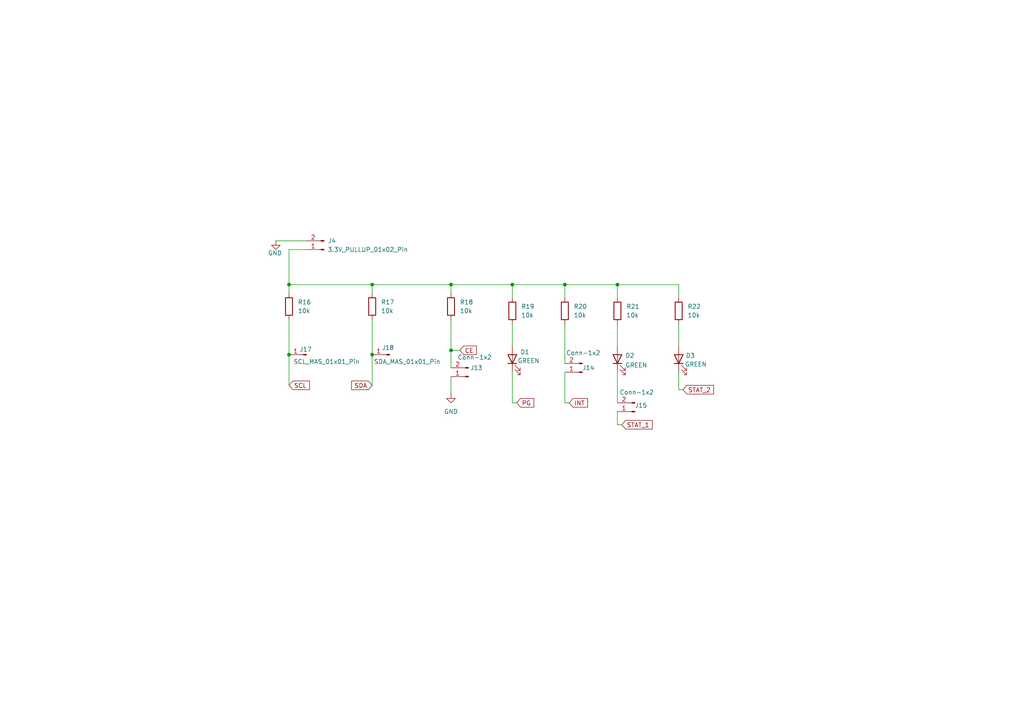
<source format=kicad_sch>
(kicad_sch (version 20250114) (generator "eeschema") (generator_version "9.0")
  (paper "A4")
  (lib_symbols
    (symbol "Connector:Conn_01x01_Pin" (pin_names (offset 1.016) (hide yes))
      (property "Reference" "J" (at 0 2.54 0))
      (property "Value" "Conn_01x01_Pin" (at 0 -2.54 0))
      (symbol "Conn_01x01_Pin_1_1"
        (rectangle (start 0.8636 0.127) (end 0 -0.127) (stroke (width 0.1524)) (fill (type outline)))
        (polyline (pts (xy 1.27 0) (xy 0.8636 0)) (stroke (width 0.1524)))
        (pin passive line (at 5.08 0 180) (length 3.81) (name "Pin_1") (number "1"))
      )
    )
    (symbol "Connector:Conn_01x02_Pin" (pin_names (offset 1.016) (hide yes))
      (property "Reference" "J" (at 0 2.54 0))
      (property "Value" "Conn_01x02_Pin" (at 0 -5.08 0))
      (symbol "Conn_01x02_Pin_1_1"
        (rectangle (start 0.8636 0.127) (end 0 -0.127) (stroke (width 0.1524)) (fill (type outline)))
        (rectangle (start 0.8636 -2.413) (end 0 -2.667) (stroke (width 0.1524)) (fill (type outline)))
        (polyline (pts (xy 1.27 0) (xy 0.8636 0)) (stroke (width 0.1524)))
        (polyline (pts (xy 1.27 -2.54) (xy 0.8636 -2.54)) (stroke (width 0.1524)))
        (pin passive line (at 5.08 0 180) (length 3.81) (name "Pin_1") (number "1"))
        (pin passive line (at 5.08 -2.54 180) (length 3.81) (name "Pin_2") (number "2"))
      )
    )
    (symbol "Device:LED" (pin_numbers (hide yes)) (pin_names (offset 1.016) (hide yes))
      (property "Reference" "D" (at 0 2.54 0))
      (property "Value" "LED" (at 0 -2.54 0))
      (symbol "LED_0_1"
        (polyline (pts (xy -3.048 -0.762) (xy -4.572 -2.286) (xy -3.81 -2.286) (xy -4.572 -2.286) (xy -4.572 -1.524)))
        (polyline (pts (xy -1.778 -0.762) (xy -3.302 -2.286) (xy -2.54 -2.286) (xy -3.302 -2.286) (xy -3.302 -1.524)))
        (polyline (pts (xy -1.27 0) (xy 1.27 0)))
        (polyline (pts (xy -1.27 -1.27) (xy -1.27 1.27)) (stroke (width 0.254)))
        (polyline (pts (xy 1.27 -1.27) (xy 1.27 1.27) (xy -1.27 0) (xy 1.27 -1.27)) (stroke (width 0.254)))
      )
      (symbol "LED_1_1"
        (pin passive line (at -3.81 0 0) (length 2.54) (name "K") (number "1"))
        (pin passive line (at 3.81 0 180) (length 2.54) (name "A") (number "2"))
      )
    )
    (symbol "Device:R" (pin_numbers (hide yes)) (pin_names (offset 0))
      (property "Reference" "R" (at 2.032 0 90))
      (property "Value" "R" (at 0 0 90))
      (symbol "R_0_1"
        (rectangle (start -1.016 -2.54) (end 1.016 2.54) (stroke (width 0.254)))
      )
      (symbol "R_1_1"
        (pin passive line (at 0 3.81 270) (length 1.27) (name "~") (number "1"))
        (pin passive line (at 0 -3.81 90) (length 1.27) (name "~") (number "2"))
      )
    )
    (symbol "power:GND" (power) (pin_numbers (hide yes)) (pin_names (offset 0) (hide yes))
      (property "Value" "GND" (at 0 -3.81 0))
      (symbol "GND_0_1"
        (polyline (pts (xy 0 0) (xy 0 -1.27) (xy 1.27 -1.27) (xy 0 -2.54) (xy -1.27 -1.27) (xy 0 -1.27)))
      )
      (symbol "GND_1_1"
        (pin power_in line (at 0 0 270) (length 0) (name "~") (number "1"))
      )
    )
  )
  (junction (at 179.07 82.55))
  (junction (at 107.95 82.55))
  (junction (at 83.82 82.55))
  (junction (at 107.95 102.87))
  (junction (at 130.81 101.6))
  (junction (at 83.82 102.87))
  (junction (at 148.59 82.55))
  (junction (at 163.83 82.55))
  (junction (at 130.81 82.55))
  (wire (pts (xy 107.95 102.87) (xy 107.95 111.76)))
  (wire (pts (xy 163.83 86.36) (xy 163.83 82.55)))
  (wire (pts (xy 179.07 107.95) (xy 179.07 116.84)))
  (wire (pts (xy 149.86 116.84) (xy 148.59 116.84)))
  (wire (pts (xy 88.9 69.85) (xy 80.01 69.85)))
  (wire (pts (xy 107.95 85.09) (xy 107.95 82.55)))
  (wire (pts (xy 179.07 93.98) (xy 179.07 100.33)))
  (wire (pts (xy 148.59 82.55) (xy 163.83 82.55)))
  (wire (pts (xy 179.07 86.36) (xy 179.07 82.55)))
  (wire (pts (xy 130.81 109.22) (xy 130.81 114.3)))
  (wire (pts (xy 163.83 93.98) (xy 163.83 105.41)))
  (wire (pts (xy 130.81 92.71) (xy 130.81 101.6)))
  (wire (pts (xy 130.81 82.55) (xy 148.59 82.55)))
  (wire (pts (xy 148.59 107.95) (xy 148.59 116.84)))
  (wire (pts (xy 83.82 72.39) (xy 83.82 82.55)))
  (wire (pts (xy 179.07 119.38) (xy 179.07 123.19)))
  (wire (pts (xy 107.95 82.55) (xy 130.81 82.55)))
  (wire (pts (xy 179.07 123.19) (xy 180.34 123.19)))
  (wire (pts (xy 148.59 93.98) (xy 148.59 100.33)))
  (wire (pts (xy 133.35 101.6) (xy 130.81 101.6)))
  (wire (pts (xy 83.82 92.71) (xy 83.82 102.87)))
  (wire (pts (xy 196.85 93.98) (xy 196.85 100.33)))
  (wire (pts (xy 130.81 85.09) (xy 130.81 82.55)))
  (wire (pts (xy 148.59 86.36) (xy 148.59 82.55)))
  (wire (pts (xy 196.85 113.03) (xy 196.85 107.95)))
  (wire (pts (xy 179.07 82.55) (xy 196.85 82.55)))
  (wire (pts (xy 83.82 102.87) (xy 83.82 111.76)))
  (wire (pts (xy 163.83 107.95) (xy 163.83 116.84)))
  (wire (pts (xy 130.81 101.6) (xy 130.81 106.68)))
  (wire (pts (xy 163.83 116.84) (xy 165.1 116.84)))
  (wire (pts (xy 83.82 85.09) (xy 83.82 82.55)))
  (wire (pts (xy 198.12 113.03) (xy 196.85 113.03)))
  (wire (pts (xy 107.95 92.71) (xy 107.95 102.87)))
  (wire (pts (xy 83.82 82.55) (xy 107.95 82.55)))
  (wire (pts (xy 163.83 82.55) (xy 179.07 82.55)))
  (wire (pts (xy 83.82 72.39) (xy 88.9 72.39)))
  (wire (pts (xy 196.85 86.36) (xy 196.85 82.55)))
  (global_label "STAT_1" (shape input) (at 180.34 123.19 0) (property "Intersheetrefs" "${INTERSHEET_REFS}" (effects (hide yes))))
  (global_label "SCL" (shape input) (at 83.82 111.76 0) (property "Intersheetrefs" "${INTERSHEET_REFS}" (effects (hide yes))))
  (global_label "STAT_2" (shape input) (at 198.12 113.03 0) (property "Intersheetrefs" "${INTERSHEET_REFS}" (effects (hide yes))))
  (global_label "PG" (shape input) (at 149.86 116.84 0) (property "Intersheetrefs" "${INTERSHEET_REFS}" (effects (hide yes))))
  (global_label "SDA" (shape input) (at 107.95 111.76 180) (property "Intersheetrefs" "${INTERSHEET_REFS}" (effects (hide yes))))
  (global_label "INT" (shape input) (at 165.1 116.84 0) (property "Intersheetrefs" "${INTERSHEET_REFS}" (effects (hide yes))))
  (global_label "CE" (shape input) (at 133.35 101.6 0) (property "Intersheetrefs" "${INTERSHEET_REFS}" (effects (hide yes))))
  (symbol (lib_id "Device:LED") (at 196.85 104.14 90) (unit 1)
    (property "Reference" "D3" (at 198.882 103.124 90) (effects (justify right)))
    (property "Value" "GREEN" (at 198.628 105.664 90) (effects (justify right)))
    (property "Footprint" "LED_SMD:LED_0603_1608Metric" (effects (hide yes)))
    (property "Description" "Light emitting diode" (effects (hide yes)))
    (property "Sim.Pins" "1=K 2=A" (effects (hide yes)))
  )
  (symbol (lib_id "Device:R") (at 130.81 88.9 180) (unit 1)
    (property "Reference" "R18" (at 133.35 87.6299 0) (effects (justify right)))
    (property "Value" "10k" (at 133.35 90.1699 0) (effects (justify right)))
    (property "Footprint" "Resistor_SMD:R_0603_1608Metric" (effects (hide yes)))
    (property "Description" "Resistor" (effects (hide yes)))
  )
  (symbol (lib_id "Device:R") (at 179.07 90.17 180) (unit 1)
    (property "Reference" "R21" (at 181.61 88.8999 0) (effects (justify right)))
    (property "Value" "10k" (at 181.61 91.4399 0) (effects (justify right)))
    (property "Footprint" "Resistor_SMD:R_0603_1608Metric" (effects (hide yes)))
    (property "Description" "Resistor" (effects (hide yes)))
  )
  (symbol (lib_id "power:GND") (at 80.01 69.85 0) (unit 1)
    (property "Reference" "#PWR017" (effects (hide yes)))
    (property "Value" "GND" (at 79.756 73.406 0))
    (property "Description" "Power symbol creates a global label with name \"GND\" , ground" (effects (hide yes)))
  )
  (symbol (lib_id "Device:LED") (at 148.59 104.14 90) (unit 1)
    (property "Reference" "D1" (at 150.876 102.108 90) (effects (justify right)))
    (property "Value" "GREEN" (at 150.114 104.648 90) (effects (justify right)))
    (property "Footprint" "LED_SMD:LED_0603_1608Metric" (effects (hide yes)))
    (property "Description" "Light emitting diode" (effects (hide yes)))
    (property "Sim.Pins" "1=K 2=A" (effects (hide yes)))
  )
  (symbol (lib_id "Device:R") (at 148.59 90.17 180) (unit 1)
    (property "Reference" "R19" (at 151.13 88.8999 0) (effects (justify right)))
    (property "Value" "10k" (at 151.13 91.4399 0) (effects (justify right)))
    (property "Footprint" "Resistor_SMD:R_0603_1608Metric" (effects (hide yes)))
    (property "Description" "Resistor" (effects (hide yes)))
  )
  (symbol (lib_id "Connector:Conn_01x01_Pin") (at 113.03 102.87 180) (unit 1)
    (property "Reference" "J18" (at 112.522 100.838 0))
    (property "Value" "SDA_MAS_01x01_Pin" (at 118.11 104.902 0))
    (property "Footprint" "Connector_PinHeader_2.54mm:PinHeader_1x01_P2.54mm_Vertical" (effects (hide yes)))
    (property "Description" "Generic connector, single row, 01x01, script generated" (effects (hide yes)))
  )
  (symbol (lib_id "Connector:Conn_01x02_Pin") (at 93.98 72.39 180) (unit 1)
    (property "Reference" "J4" (at 96.266 69.85 0))
    (property "Value" "3.3V_PULLUP_01x02_Pin" (at 106.68 72.39 0))
    (property "Footprint" "Connector_PinHeader_2.54mm:PinHeader_1x02_P2.54mm_Vertical" (effects (hide yes)))
    (property "Description" "Generic connector, single row, 01x02, script generated" (effects (hide yes)))
  )
  (symbol (lib_id "Device:R") (at 196.85 90.17 180) (unit 1)
    (property "Reference" "R22" (at 199.39 88.8999 0) (effects (justify right)))
    (property "Value" "10k" (at 199.39 91.4399 0) (effects (justify right)))
    (property "Footprint" "Resistor_SMD:R_0603_1608Metric" (effects (hide yes)))
    (property "Description" "Resistor" (effects (hide yes)))
  )
  (symbol (lib_id "Connector:Conn_01x02_Pin") (at 168.91 107.95 180) (unit 1)
    (property "Reference" "J14" (at 170.688 106.68 0))
    (property "Value" "Conn-1x2" (at 169.164 102.362 0))
    (property "Footprint" "Connector_PinHeader_2.54mm:PinHeader_1x02_P2.54mm_Vertical" (effects (hide yes)))
    (property "Description" "Generic connector, single row, 01x02, script generated" (effects (hide yes)))
  )
  (symbol (lib_id "Connector:Conn_01x01_Pin") (at 88.9 102.87 180) (unit 1)
    (property "Reference" "J17" (at 88.646 101.346 0))
    (property "Value" "SCL_MAS_01x01_Pin" (at 94.742 104.902 0))
    (property "Footprint" "Connector_PinHeader_2.54mm:PinHeader_1x01_P2.54mm_Vertical" (effects (hide yes)))
    (property "Description" "Generic connector, single row, 01x01, script generated" (effects (hide yes)))
  )
  (symbol (lib_id "power:GND") (at 130.81 114.3 0) (unit 1)
    (property "Reference" "#PWR021" (effects (hide yes)))
    (property "Value" "GND" (at 130.81 119.38 0))
    (property "Description" "Power symbol creates a global label with name \"GND\" , ground" (effects (hide yes)))
  )
  (symbol (lib_id "Connector:Conn_01x02_Pin") (at 135.89 109.22 180) (unit 1)
    (property "Reference" "J13" (at 138.176 106.68 0))
    (property "Value" "Conn-1x2" (at 137.668 103.632 0))
    (property "Footprint" "Connector_PinHeader_2.54mm:PinHeader_1x02_P2.54mm_Vertical" (effects (hide yes)))
    (property "Description" "Generic connector, single row, 01x02, script generated" (effects (hide yes)))
  )
  (symbol (lib_id "Device:LED") (at 179.07 104.14 90) (unit 1)
    (property "Reference" "D2" (at 181.356 103.124 90) (effects (justify right)))
    (property "Value" "GREEN" (at 181.356 105.918 90) (effects (justify right)))
    (property "Footprint" "LED_SMD:LED_0603_1608Metric" (effects (hide yes)))
    (property "Description" "Light emitting diode" (effects (hide yes)))
    (property "Sim.Pins" "1=K 2=A" (effects (hide yes)))
  )
  (symbol (lib_id "Connector:Conn_01x02_Pin") (at 184.15 119.38 180) (unit 1)
    (property "Reference" "J15" (at 185.928 117.602 0))
    (property "Value" "Conn-1x2" (at 184.658 113.792 0))
    (property "Footprint" "Connector_PinHeader_2.54mm:PinHeader_1x02_P2.54mm_Vertical" (effects (hide yes)))
    (property "Description" "Generic connector, single row, 01x02, script generated" (effects (hide yes)))
  )
  (symbol (lib_id "Device:R") (at 83.82 88.9 180) (unit 1)
    (property "Reference" "R16" (at 86.36 87.6299 0) (effects (justify right)))
    (property "Value" "10k" (at 86.36 90.1699 0) (effects (justify right)))
    (property "Footprint" "Resistor_SMD:R_0603_1608Metric" (effects (hide yes)))
    (property "Description" "Resistor" (effects (hide yes)))
  )
  (symbol (lib_id "Device:R") (at 163.83 90.17 180) (unit 1)
    (property "Reference" "R20" (at 166.37 88.8999 0) (effects (justify right)))
    (property "Value" "10k" (at 166.37 91.4399 0) (effects (justify right)))
    (property "Footprint" "Resistor_SMD:R_0603_1608Metric" (effects (hide yes)))
    (property "Description" "Resistor" (effects (hide yes)))
  )
  (symbol (lib_id "Device:R") (at 107.95 88.9 180) (unit 1)
    (property "Reference" "R17" (at 110.49 87.6299 0) (effects (justify right)))
    (property "Value" "10k" (at 110.49 90.1699 0) (effects (justify right)))
    (property "Footprint" "Resistor_SMD:R_0603_1608Metric" (effects (hide yes)))
    (property "Description" "Resistor" (effects (hide yes)))
  )
)
</source>
